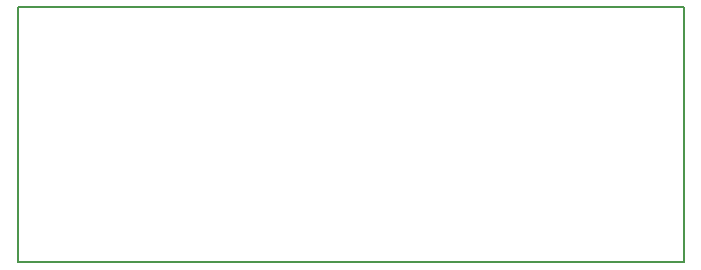
<source format=gm1>
G04 MADE WITH FRITZING*
G04 WWW.FRITZING.ORG*
G04 DOUBLE SIDED*
G04 HOLES PLATED*
G04 CONTOUR ON CENTER OF CONTOUR VECTOR*
%ASAXBY*%
%FSLAX23Y23*%
%MOIN*%
%OFA0B0*%
%SFA1.0B1.0*%
%ADD10R,2.227150X0.858138*%
%ADD11C,0.008000*%
%ADD10C,0.008*%
%LNCONTOUR*%
G90*
G70*
G54D10*
G54D11*
X4Y854D02*
X2223Y854D01*
X2223Y4D01*
X4Y4D01*
X4Y854D01*
D02*
G04 End of contour*
M02*
</source>
